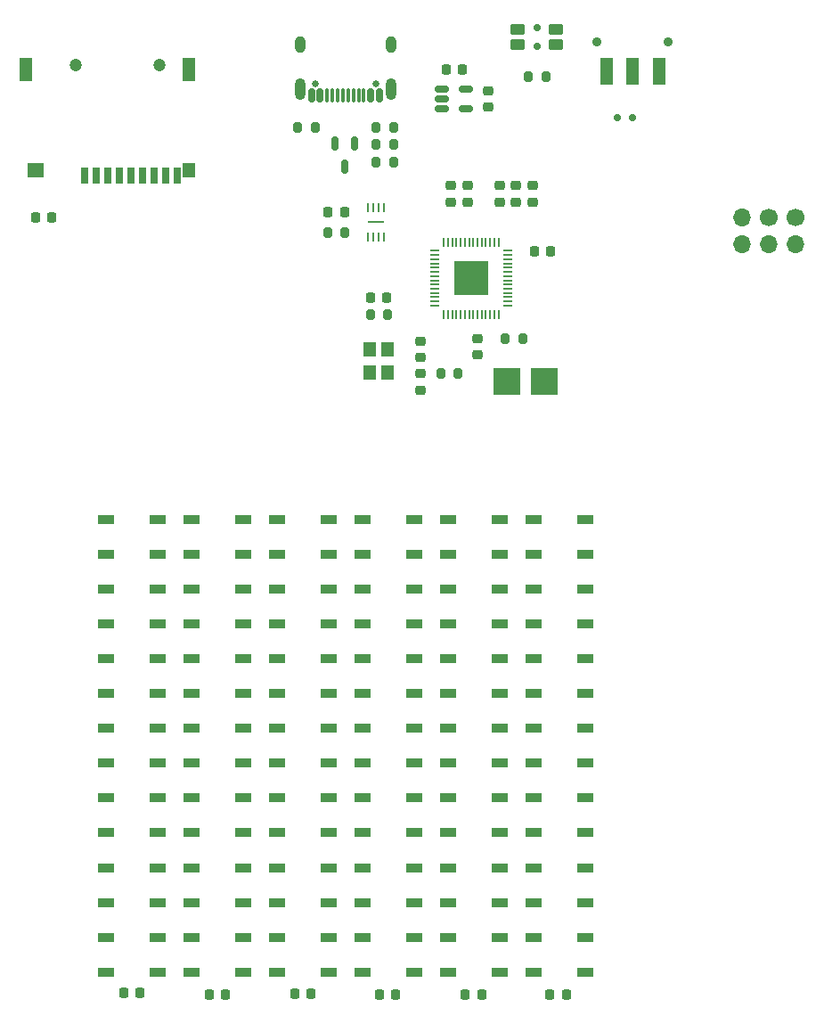
<source format=gbr>
%TF.GenerationSoftware,KiCad,Pcbnew,9.0.1*%
%TF.CreationDate,2025-04-15T01:10:54-06:00*%
%TF.ProjectId,zippy-badge,7a697070-792d-4626-9164-67652e6b6963,rev?*%
%TF.SameCoordinates,PX4d8ff50PY83b6430*%
%TF.FileFunction,Soldermask,Top*%
%TF.FilePolarity,Negative*%
%FSLAX46Y46*%
G04 Gerber Fmt 4.6, Leading zero omitted, Abs format (unit mm)*
G04 Created by KiCad (PCBNEW 9.0.1) date 2025-04-15 01:10:54*
%MOMM*%
%LPD*%
G01*
G04 APERTURE LIST*
G04 Aperture macros list*
%AMRoundRect*
0 Rectangle with rounded corners*
0 $1 Rounding radius*
0 $2 $3 $4 $5 $6 $7 $8 $9 X,Y pos of 4 corners*
0 Add a 4 corners polygon primitive as box body*
4,1,4,$2,$3,$4,$5,$6,$7,$8,$9,$2,$3,0*
0 Add four circle primitives for the rounded corners*
1,1,$1+$1,$2,$3*
1,1,$1+$1,$4,$5*
1,1,$1+$1,$6,$7*
1,1,$1+$1,$8,$9*
0 Add four rect primitives between the rounded corners*
20,1,$1+$1,$2,$3,$4,$5,0*
20,1,$1+$1,$4,$5,$6,$7,0*
20,1,$1+$1,$6,$7,$8,$9,0*
20,1,$1+$1,$8,$9,$2,$3,0*%
G04 Aperture macros list end*
%ADD10RoundRect,0.090000X-0.660000X-0.360000X0.660000X-0.360000X0.660000X0.360000X-0.660000X0.360000X0*%
%ADD11RoundRect,0.225000X0.225000X0.250000X-0.225000X0.250000X-0.225000X-0.250000X0.225000X-0.250000X0*%
%ADD12C,0.650000*%
%ADD13RoundRect,0.150000X0.150000X0.500000X-0.150000X0.500000X-0.150000X-0.500000X0.150000X-0.500000X0*%
%ADD14RoundRect,0.075000X0.075000X0.575000X-0.075000X0.575000X-0.075000X-0.575000X0.075000X-0.575000X0*%
%ADD15O,1.000000X2.100000*%
%ADD16O,1.000000X1.600000*%
%ADD17RoundRect,0.150000X-0.150000X0.512500X-0.150000X-0.512500X0.150000X-0.512500X0.150000X0.512500X0*%
%ADD18RoundRect,0.150000X-0.512500X-0.150000X0.512500X-0.150000X0.512500X0.150000X-0.512500X0.150000X0*%
%ADD19RoundRect,0.200000X0.200000X0.275000X-0.200000X0.275000X-0.200000X-0.275000X0.200000X-0.275000X0*%
%ADD20RoundRect,0.200000X-0.200000X-0.275000X0.200000X-0.275000X0.200000X0.275000X-0.200000X0.275000X0*%
%ADD21RoundRect,0.225000X-0.250000X0.225000X-0.250000X-0.225000X0.250000X-0.225000X0.250000X0.225000X0*%
%ADD22C,0.900000*%
%ADD23R,1.250000X2.500000*%
%ADD24RoundRect,0.225000X-0.225000X-0.250000X0.225000X-0.250000X0.225000X0.250000X-0.225000X0.250000X0*%
%ADD25R,1.200000X1.400000*%
%ADD26R,2.500000X2.500000*%
%ADD27RoundRect,0.225000X0.250000X-0.225000X0.250000X0.225000X-0.250000X0.225000X-0.250000X-0.225000X0*%
%ADD28R,0.254000X0.812800*%
%ADD29R,1.600200X0.203200*%
%ADD30RoundRect,0.150000X-0.150000X-0.200000X0.150000X-0.200000X0.150000X0.200000X-0.150000X0.200000X0*%
%ADD31C,1.200000*%
%ADD32R,0.700000X1.600000*%
%ADD33R,1.200000X2.200000*%
%ADD34R,1.600000X1.400000*%
%ADD35O,1.700000X1.700000*%
%ADD36C,1.700000*%
%ADD37RoundRect,0.050000X-0.387500X-0.050000X0.387500X-0.050000X0.387500X0.050000X-0.387500X0.050000X0*%
%ADD38RoundRect,0.050000X-0.050000X-0.387500X0.050000X-0.387500X0.050000X0.387500X-0.050000X0.387500X0*%
%ADD39R,3.200000X3.200000*%
%ADD40C,0.700000*%
%ADD41RoundRect,0.250000X0.450000X0.275000X-0.450000X0.275000X-0.450000X-0.275000X0.450000X-0.275000X0*%
G04 APERTURE END LIST*
D10*
%TO.C,D5*%
X26240000Y28830000D03*
X26240000Y25530000D03*
X31140000Y25530000D03*
X31140000Y28830000D03*
%TD*%
%TO.C,D23*%
X50600000Y48690000D03*
X50600000Y45390000D03*
X55500000Y45390000D03*
X55500000Y48690000D03*
%TD*%
%TO.C,D18*%
X42480000Y35450000D03*
X42480000Y32150000D03*
X47380000Y32150000D03*
X47380000Y35450000D03*
%TD*%
%TO.C,D36*%
X58720000Y8970000D03*
X58720000Y5670000D03*
X63620000Y5670000D03*
X63620000Y8970000D03*
%TD*%
D11*
%TO.C,C17*%
X45720000Y3600000D03*
X44170000Y3600000D03*
%TD*%
D10*
%TO.C,D24*%
X50600000Y42070000D03*
X50600000Y38770000D03*
X55500000Y38770000D03*
X55500000Y42070000D03*
%TD*%
%TO.C,D7*%
X26240000Y15590000D03*
X26240000Y12290000D03*
X31140000Y12290000D03*
X31140000Y15590000D03*
%TD*%
D12*
%TO.C,J2*%
X51870000Y90090000D03*
X46090000Y90090000D03*
D13*
X52180000Y88950000D03*
X51380000Y88950000D03*
D14*
X50230000Y88950000D03*
X49230000Y88950000D03*
X48730000Y88950000D03*
X47730000Y88950000D03*
D13*
X46580000Y88950000D03*
X45780000Y88950000D03*
X45780000Y88950000D03*
X46580000Y88950000D03*
D14*
X47230000Y88950000D03*
X48230000Y88950000D03*
X49730000Y88950000D03*
X50730000Y88950000D03*
D13*
X51380000Y88950000D03*
X52180000Y88950000D03*
D15*
X53300000Y89590000D03*
D16*
X53300000Y93770000D03*
D15*
X44660000Y89590000D03*
D16*
X44660000Y93770000D03*
%TD*%
D10*
%TO.C,D13*%
X34360000Y22210000D03*
X34360000Y18910000D03*
X39260000Y18910000D03*
X39260000Y22210000D03*
%TD*%
%TO.C,D42*%
X66840000Y15590000D03*
X66840000Y12290000D03*
X71740000Y12290000D03*
X71740000Y15590000D03*
%TD*%
%TO.C,D8*%
X26240000Y8970000D03*
X26240000Y5670000D03*
X31140000Y5670000D03*
X31140000Y8970000D03*
%TD*%
D17*
%TO.C,D44*%
X49870000Y84437500D03*
X47970000Y84437500D03*
X48920000Y82162500D03*
%TD*%
D10*
%TO.C,D2*%
X26240000Y48690000D03*
X26240000Y45390000D03*
X31140000Y45390000D03*
X31140000Y48690000D03*
%TD*%
D18*
%TO.C,U1*%
X58135000Y89570000D03*
X58135000Y88620000D03*
X58135000Y87670000D03*
X60410000Y87670000D03*
X60410000Y89570000D03*
%TD*%
D10*
%TO.C,D21*%
X42480000Y15590000D03*
X42480000Y12290000D03*
X47380000Y12290000D03*
X47380000Y15590000D03*
%TD*%
D19*
%TO.C,R1*%
X68010000Y90730000D03*
X66360000Y90730000D03*
%TD*%
D11*
%TO.C,C9*%
X60070000Y91390000D03*
X58520000Y91390000D03*
%TD*%
D20*
%TO.C,R8*%
X58040000Y62530000D03*
X59690000Y62530000D03*
%TD*%
D21*
%TO.C,C14*%
X65190000Y80390000D03*
X65190000Y78840000D03*
%TD*%
D10*
%TO.C,D43*%
X66840000Y8970000D03*
X66840000Y5670000D03*
X71740000Y5670000D03*
X71740000Y8970000D03*
%TD*%
D20*
%TO.C,R9*%
X51330000Y68120000D03*
X52980000Y68120000D03*
%TD*%
D10*
%TO.C,D15*%
X34360000Y8970000D03*
X34360000Y5670000D03*
X39260000Y5670000D03*
X39260000Y8970000D03*
%TD*%
%TO.C,D11*%
X34360000Y35450000D03*
X34360000Y32150000D03*
X39260000Y32150000D03*
X39260000Y35450000D03*
%TD*%
D21*
%TO.C,C11*%
X56140000Y65590000D03*
X56140000Y64040000D03*
%TD*%
D22*
%TO.C,SW2*%
X79680000Y94020000D03*
X72880000Y94020000D03*
D23*
X78780000Y91270000D03*
X76280000Y91270000D03*
X73780000Y91270000D03*
%TD*%
D10*
%TO.C,D14*%
X34360000Y15590000D03*
X34360000Y12290000D03*
X39260000Y12290000D03*
X39260000Y15590000D03*
%TD*%
D11*
%TO.C,C5*%
X68480000Y74180000D03*
X66930000Y74180000D03*
%TD*%
D10*
%TO.C,D34*%
X58720000Y22210000D03*
X58720000Y18910000D03*
X63620000Y18910000D03*
X63620000Y22210000D03*
%TD*%
D24*
%TO.C,C12*%
X47325000Y77890000D03*
X48875000Y77890000D03*
%TD*%
D25*
%TO.C,Y1*%
X52990000Y62630000D03*
X52990000Y64830000D03*
X51290000Y64830000D03*
X51290000Y62630000D03*
%TD*%
D10*
%TO.C,D25*%
X50600000Y35450000D03*
X50600000Y32150000D03*
X55500000Y32150000D03*
X55500000Y35450000D03*
%TD*%
%TO.C,D26*%
X50600000Y28830000D03*
X50600000Y25530000D03*
X55500000Y25530000D03*
X55500000Y28830000D03*
%TD*%
%TO.C,D22*%
X42480000Y8970000D03*
X42480000Y5670000D03*
X47380000Y5670000D03*
X47380000Y8970000D03*
%TD*%
%TO.C,D41*%
X66840000Y22210000D03*
X66840000Y18910000D03*
X71740000Y18910000D03*
X71740000Y22210000D03*
%TD*%
D26*
%TO.C,TP3*%
X64340000Y61790000D03*
%TD*%
D11*
%TO.C,C16*%
X37570000Y3580000D03*
X36020000Y3580000D03*
%TD*%
D10*
%TO.C,D32*%
X58720000Y35450000D03*
X58720000Y32150000D03*
X63620000Y32150000D03*
X63620000Y35450000D03*
%TD*%
D27*
%TO.C,C6*%
X61515000Y64305000D03*
X61515000Y65855000D03*
%TD*%
D28*
%TO.C,U3*%
X51094998Y75513200D03*
X51594999Y75513200D03*
X52094999Y75513200D03*
X52595000Y75513200D03*
X52595000Y78310000D03*
X52094999Y78310000D03*
X51594999Y78310000D03*
X51094998Y78310000D03*
D29*
X51844999Y76911600D03*
%TD*%
D30*
%TO.C,D1*%
X76230000Y86890000D03*
X74830000Y86890000D03*
%TD*%
D31*
%TO.C,J1*%
X31290000Y91830000D03*
X23310000Y91830000D03*
D32*
X24160000Y81330000D03*
X25260000Y81330000D03*
X26360000Y81330000D03*
X27460000Y81330000D03*
X28560000Y81330000D03*
X29660000Y81330000D03*
X30760000Y81330000D03*
X31860000Y81330000D03*
X32960000Y81330000D03*
D25*
X34110000Y81830000D03*
D33*
X34110000Y91430000D03*
D34*
X19510000Y81830000D03*
D33*
X18610000Y91430000D03*
%TD*%
D35*
%TO.C,X1*%
X86690000Y77410000D03*
X86690000Y74870000D03*
D36*
X89230000Y77410000D03*
D35*
X89230000Y74870000D03*
D36*
X91770000Y77410000D03*
D35*
X91770000Y74870000D03*
%TD*%
D10*
%TO.C,D3*%
X26240000Y42070000D03*
X26240000Y38770000D03*
X31140000Y38770000D03*
X31140000Y42070000D03*
%TD*%
%TO.C,D37*%
X66840000Y48690000D03*
X66840000Y45390000D03*
X71740000Y45390000D03*
X71740000Y48690000D03*
%TD*%
D27*
%TO.C,C10*%
X62560000Y87830000D03*
X62560000Y89380000D03*
%TD*%
D10*
%TO.C,D6*%
X26240000Y22210000D03*
X26240000Y18910000D03*
X31140000Y18910000D03*
X31140000Y22210000D03*
%TD*%
D20*
%TO.C,R3*%
X51885000Y85900000D03*
X53535000Y85900000D03*
%TD*%
D10*
%TO.C,D17*%
X42480000Y42070000D03*
X42480000Y38770000D03*
X47380000Y38770000D03*
X47380000Y42070000D03*
%TD*%
%TO.C,D33*%
X58720000Y28830000D03*
X58720000Y25530000D03*
X63620000Y25530000D03*
X63620000Y28830000D03*
%TD*%
D20*
%TO.C,R2*%
X64180000Y65820000D03*
X65830000Y65820000D03*
%TD*%
D10*
%TO.C,D28*%
X50600000Y15590000D03*
X50600000Y12290000D03*
X55500000Y12290000D03*
X55500000Y15590000D03*
%TD*%
%TO.C,D35*%
X58720000Y15590000D03*
X58720000Y12290000D03*
X63620000Y12290000D03*
X63620000Y15590000D03*
%TD*%
D37*
%TO.C,U2*%
X57487500Y74197500D03*
X57487500Y73797500D03*
X57487500Y73397500D03*
X57487500Y72997500D03*
X57487500Y72597500D03*
X57487500Y72197500D03*
X57487500Y71797500D03*
X57487500Y71397500D03*
X57487500Y70997500D03*
X57487500Y70597500D03*
X57487500Y70197500D03*
X57487500Y69797500D03*
X57487500Y69397500D03*
X57487500Y68997500D03*
D38*
X58325000Y68160000D03*
X58725000Y68160000D03*
X59125000Y68160000D03*
X59525000Y68160000D03*
X59925000Y68160000D03*
X60325000Y68160000D03*
X60725000Y68160000D03*
X61125000Y68160000D03*
X61525000Y68160000D03*
X61925000Y68160000D03*
X62325000Y68160000D03*
X62725000Y68160000D03*
X63125000Y68160000D03*
X63525000Y68160000D03*
D37*
X64362500Y68997500D03*
X64362500Y69397500D03*
X64362500Y69797500D03*
X64362500Y70197500D03*
X64362500Y70597500D03*
X64362500Y70997500D03*
X64362500Y71397500D03*
X64362500Y71797500D03*
X64362500Y72197500D03*
X64362500Y72597500D03*
X64362500Y72997500D03*
X64362500Y73397500D03*
X64362500Y73797500D03*
X64362500Y74197500D03*
D38*
X63525000Y75035000D03*
X63125000Y75035000D03*
X62725000Y75035000D03*
X62325000Y75035000D03*
X61925000Y75035000D03*
X61525000Y75035000D03*
X61125000Y75035000D03*
X60725000Y75035000D03*
X60325000Y75035000D03*
X59925000Y75035000D03*
X59525000Y75035000D03*
X59125000Y75035000D03*
X58725000Y75035000D03*
X58325000Y75035000D03*
D39*
X60925000Y71597500D03*
%TD*%
D20*
%TO.C,R5*%
X51885000Y82650000D03*
X53535000Y82650000D03*
%TD*%
D21*
%TO.C,C7*%
X59020000Y80390000D03*
X59020000Y78840000D03*
%TD*%
D10*
%TO.C,D10*%
X34360000Y42070000D03*
X34360000Y38770000D03*
X39260000Y38770000D03*
X39260000Y42070000D03*
%TD*%
D21*
%TO.C,C3*%
X60605000Y80390000D03*
X60605000Y78840000D03*
%TD*%
D19*
%TO.C,R7*%
X48915000Y75920000D03*
X47265000Y75920000D03*
%TD*%
D11*
%TO.C,C15*%
X29450000Y3670000D03*
X27900000Y3670000D03*
%TD*%
D27*
%TO.C,C13*%
X56140000Y60980000D03*
X56140000Y62530000D03*
%TD*%
D21*
%TO.C,C4*%
X66780000Y80390000D03*
X66780000Y78840000D03*
%TD*%
D10*
%TO.C,D9*%
X34360000Y48690000D03*
X34360000Y45390000D03*
X39260000Y45390000D03*
X39260000Y48690000D03*
%TD*%
D24*
%TO.C,C2*%
X51380000Y69730000D03*
X52930000Y69730000D03*
%TD*%
D10*
%TO.C,D38*%
X66840000Y42070000D03*
X66840000Y38770000D03*
X71740000Y38770000D03*
X71740000Y42070000D03*
%TD*%
D40*
%TO.C,SW1*%
X67170000Y93610000D03*
X67170000Y95410000D03*
D41*
X68970000Y93790000D03*
X65370000Y93790000D03*
X68970000Y95230000D03*
X65370000Y95230000D03*
%TD*%
D10*
%TO.C,D16*%
X42480000Y48690000D03*
X42480000Y45390000D03*
X47380000Y45390000D03*
X47380000Y48690000D03*
%TD*%
D21*
%TO.C,C8*%
X63605000Y80390000D03*
X63605000Y78840000D03*
%TD*%
D10*
%TO.C,D4*%
X26240000Y35450000D03*
X26240000Y32150000D03*
X31140000Y32150000D03*
X31140000Y35450000D03*
%TD*%
%TO.C,D20*%
X42480000Y22210000D03*
X42480000Y18910000D03*
X47380000Y18910000D03*
X47380000Y22210000D03*
%TD*%
D11*
%TO.C,C18*%
X53740000Y3540000D03*
X52190000Y3540000D03*
%TD*%
D19*
%TO.C,R4*%
X46085000Y85880000D03*
X44435000Y85880000D03*
%TD*%
D10*
%TO.C,D12*%
X34360000Y28830000D03*
X34360000Y25530000D03*
X39260000Y25530000D03*
X39260000Y28830000D03*
%TD*%
D11*
%TO.C,C19*%
X61910000Y3560000D03*
X60360000Y3560000D03*
%TD*%
D19*
%TO.C,R6*%
X53535000Y84275000D03*
X51885000Y84275000D03*
%TD*%
D10*
%TO.C,D40*%
X66840000Y28830000D03*
X66840000Y25530000D03*
X71740000Y25530000D03*
X71740000Y28830000D03*
%TD*%
D24*
%TO.C,C1*%
X19510000Y77400000D03*
X21060000Y77400000D03*
%TD*%
D10*
%TO.C,D19*%
X42480000Y28830000D03*
X42480000Y25530000D03*
X47380000Y25530000D03*
X47380000Y28830000D03*
%TD*%
%TO.C,D30*%
X58720000Y48690000D03*
X58720000Y45390000D03*
X63620000Y45390000D03*
X63620000Y48690000D03*
%TD*%
%TO.C,D27*%
X50600000Y22210000D03*
X50600000Y18910000D03*
X55500000Y18910000D03*
X55500000Y22210000D03*
%TD*%
%TO.C,D29*%
X50600000Y8970000D03*
X50600000Y5670000D03*
X55500000Y5670000D03*
X55500000Y8970000D03*
%TD*%
%TO.C,D31*%
X58720000Y42070000D03*
X58720000Y38770000D03*
X63620000Y38770000D03*
X63620000Y42070000D03*
%TD*%
D26*
%TO.C,TP4*%
X67900000Y61790000D03*
%TD*%
D11*
%TO.C,C20*%
X69950000Y3540000D03*
X68400000Y3540000D03*
%TD*%
D10*
%TO.C,D39*%
X66840000Y35450000D03*
X66840000Y32150000D03*
X71740000Y32150000D03*
X71740000Y35450000D03*
%TD*%
M02*

</source>
